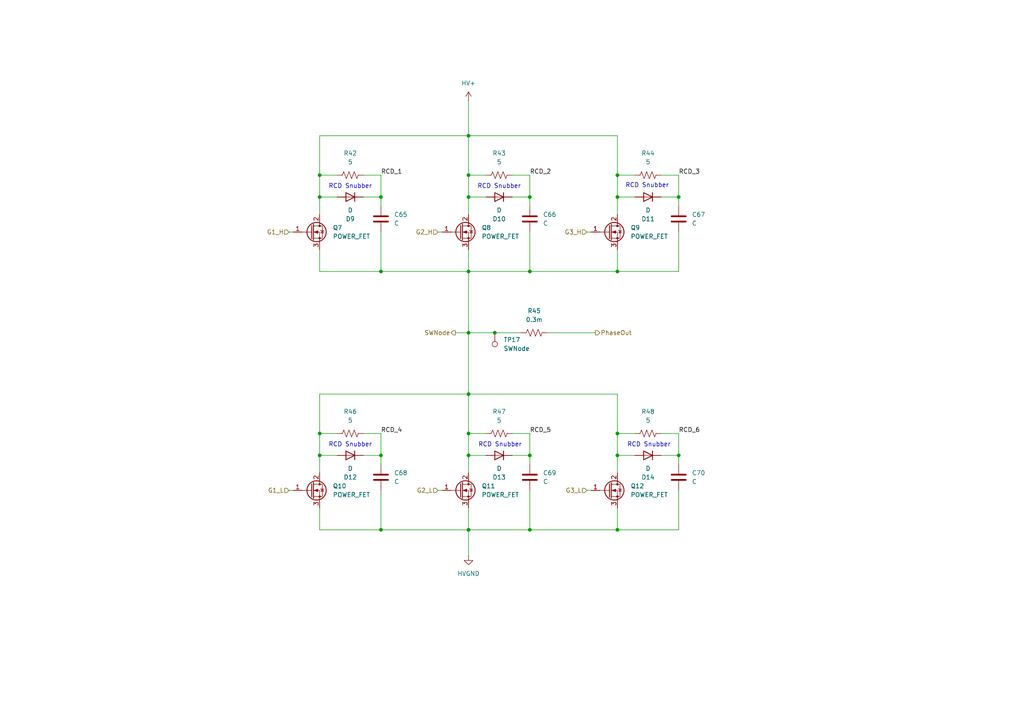
<source format=kicad_sch>
(kicad_sch (version 20250114) (generator "eeschema") (generator_version "9.0")
  (paper "A4")
  (lib_symbols
    (symbol "Connector:TestPoint" (pin_numbers (hide yes)) (pin_names (offset 0.762) (hide yes))
      (property "Reference" "TP" (at 0 6.858 0))
      (property "Value" "TestPoint" (at 0 5.08 0))
      (symbol "TestPoint_0_1"
        (circle (center 0 3.302) (radius 0.762))
      )
      (symbol "TestPoint_1_1"
        (pin passive line (at 0 0 90) (length 2.54) (name "1") (number "1"))
      )
    )
    (symbol "Device:C" (pin_numbers (hide yes)) (pin_names (offset 0.254))
      (property "Reference" "C" (at 0.635 2.54 0))
      (property "Value" "C" (at 0.635 -2.54 0))
      (symbol "C_0_1"
        (polyline (pts (xy -2.032 0.762) (xy 2.032 0.762)) (stroke (width 0.508)))
        (polyline (pts (xy -2.032 -0.762) (xy 2.032 -0.762)) (stroke (width 0.508)))
      )
      (symbol "C_1_1"
        (pin passive line (at 0 3.81 270) (length 2.794) (name "~") (number "1"))
        (pin passive line (at 0 -3.81 90) (length 2.794) (name "~") (number "2"))
      )
    )
    (symbol "Device:D" (pin_numbers (hide yes)) (pin_names (offset 1.016) (hide yes))
      (property "Reference" "D" (at 0 2.54 0))
      (property "Value" "D" (at 0 -2.54 0))
      (symbol "D_0_1"
        (polyline (pts (xy -1.27 1.27) (xy -1.27 -1.27)) (stroke (width 0.254)))
        (polyline (pts (xy 1.27 1.27) (xy 1.27 -1.27) (xy -1.27 0) (xy 1.27 1.27)) (stroke (width 0.254)))
        (polyline (pts (xy 1.27 0) (xy -1.27 0)))
      )
      (symbol "D_1_1"
        (pin passive line (at -3.81 0 0) (length 2.54) (name "K") (number "1"))
        (pin passive line (at 3.81 0 180) (length 2.54) (name "A") (number "2"))
      )
    )
    (symbol "Device:R_US" (pin_numbers (hide yes)) (pin_names (offset 0))
      (property "Reference" "R" (at 2.54 0 90))
      (property "Value" "R_US" (at -2.54 0 90))
      (symbol "R_US_0_1"
        (polyline (pts (xy 0 2.286) (xy 0 2.54)))
        (polyline (pts (xy 0 2.286) (xy 1.016 1.905) (xy 0 1.524) (xy -1.016 1.143) (xy 0 0.762)))
        (polyline (pts (xy 0 0.762) (xy 1.016 0.381) (xy 0 0) (xy -1.016 -0.381) (xy 0 -0.762)))
        (polyline (pts (xy 0 -0.762) (xy 1.016 -1.143) (xy 0 -1.524) (xy -1.016 -1.905) (xy 0 -2.286)))
        (polyline (pts (xy 0 -2.286) (xy 0 -2.54)))
      )
      (symbol "R_US_1_1"
        (pin passive line (at 0 3.81 270) (length 1.27) (name "~") (number "1"))
        (pin passive line (at 0 -3.81 90) (length 1.27) (name "~") (number "2"))
      )
    )
    (symbol "Transistor_FET_Other:Q_NMOS_Depletion_GDS" (pin_names (offset 0) (hide yes))
      (property "Reference" "Q" (at 5.08 1.905 0))
      (property "Value" "Q_NMOS_Depletion_GDS" (at 5.08 0 0))
      (symbol "Q_NMOS_Depletion_GDS_0_1"
        (polyline (pts (xy 0.254 1.905) (xy 0.254 -1.905)) (stroke (width 0.254)))
        (polyline (pts (xy 0.254 0) (xy -2.54 0)))
        (polyline (pts (xy 0.762 2.286) (xy 0.762 -2.286)) (stroke (width 0.254)))
        (polyline (pts (xy 0.762 -1.778) (xy 3.302 -1.778) (xy 3.302 1.778) (xy 0.762 1.778)))
        (polyline (pts (xy 1.016 0) (xy 2.032 0.381) (xy 2.032 -0.381) (xy 1.016 0)) (fill (type outline)))
        (circle (center 1.651 0) (radius 2.794) (stroke (width 0.254)))
        (polyline (pts (xy 2.54 2.54) (xy 2.54 1.778)))
        (circle (center 2.54 1.778) (radius 0.254) (fill (type outline)))
        (circle (center 2.54 -1.778) (radius 0.254) (fill (type outline)))
        (polyline (pts (xy 2.54 -2.54) (xy 2.54 0) (xy 0.762 0)))
        (polyline (pts (xy 2.794 0.508) (xy 2.921 0.381) (xy 3.683 0.381) (xy 3.81 0.254)))
        (polyline (pts (xy 3.302 0.381) (xy 2.921 -0.254) (xy 3.683 -0.254) (xy 3.302 0.381)))
      )
      (symbol "Q_NMOS_Depletion_GDS_1_1"
        (pin input line (at -5.08 0 0) (length 2.54) (name "G") (number "1"))
        (pin passive line (at 2.54 5.08 270) (length 2.54) (name "D") (number "2"))
        (pin passive line (at 2.54 -5.08 90) (length 2.54) (name "S") (number "3"))
      )
    )
    (symbol "power:+24V" (power) (pin_numbers (hide yes)) (pin_names (offset 0) (hide yes))
      (property "Value" "+24V" (at 0 3.556 0))
      (symbol "+24V_0_1"
        (polyline (pts (xy -0.762 1.27) (xy 0 2.54)))
        (polyline (pts (xy 0 2.54) (xy 0.762 1.27)))
        (polyline (pts (xy 0 0) (xy 0 2.54)))
      )
      (symbol "+24V_1_1"
        (pin power_in line (at 0 0 90) (length 0) (name "~") (number "1"))
      )
    )
    (symbol "power:GND" (power) (pin_numbers (hide yes)) (pin_names (offset 0) (hide yes))
      (property "Value" "GND" (at 0 -3.81 0))
      (symbol "GND_0_1"
        (polyline (pts (xy 0 0) (xy 0 -1.27) (xy 1.27 -1.27) (xy 0 -2.54) (xy -1.27 -1.27) (xy 0 -1.27)))
      )
      (symbol "GND_1_1"
        (pin power_in line (at 0 0 270) (length 0) (name "~") (number "1"))
      )
    )
  )
  (text "RCD Snubber" (at 187.706 53.848 0) (effects (font (size 1.27 1.27))))
  (text "RCD Snubber" (at 188.214 129.032 0) (effects (font (size 1.27 1.27))))
  (text "RCD Snubber" (at 144.78 54.102 0) (effects (font (size 1.27 1.27))))
  (text "RCD Snubber" (at 145.034 129.032 0) (effects (font (size 1.27 1.27))))
  (text "RCD Snubber" (at 101.6 129.032 0) (effects (font (size 1.27 1.27))))
  (text "RCD Snubber" (at 101.6 54.102 0) (effects (font (size 1.27 1.27))))
  (junction (at 135.89 39.37))
  (junction (at 92.71 125.73))
  (junction (at 196.85 57.15))
  (junction (at 179.07 132.08))
  (junction (at 179.07 78.74))
  (junction (at 143.51 96.52))
  (junction (at 92.71 50.8))
  (junction (at 179.07 153.67))
  (junction (at 110.49 153.67))
  (junction (at 135.89 114.3))
  (junction (at 110.49 132.08))
  (junction (at 135.89 132.08))
  (junction (at 135.89 153.67))
  (junction (at 92.71 57.15))
  (junction (at 179.07 50.8))
  (junction (at 135.89 78.74))
  (junction (at 135.89 57.15))
  (junction (at 179.07 57.15))
  (junction (at 179.07 125.73))
  (junction (at 92.71 132.08))
  (junction (at 153.67 78.74))
  (junction (at 153.67 132.08))
  (junction (at 153.67 153.67))
  (junction (at 135.89 125.73))
  (junction (at 135.89 50.8))
  (junction (at 196.85 132.08))
  (junction (at 110.49 57.15))
  (junction (at 110.49 78.74))
  (junction (at 135.89 96.52))
  (junction (at 153.67 57.15))
  (wire (pts (xy 135.89 96.52) (xy 143.51 96.52)))
  (wire (pts (xy 153.67 78.74) (xy 135.89 78.74)))
  (wire (pts (xy 153.67 50.8) (xy 153.67 57.15)))
  (wire (pts (xy 158.75 96.52) (xy 172.72 96.52)))
  (wire (pts (xy 153.67 132.08) (xy 148.59 132.08)))
  (wire (pts (xy 179.07 132.08) (xy 179.07 137.16)))
  (wire (pts (xy 110.49 132.08) (xy 110.49 134.62)))
  (wire (pts (xy 135.89 39.37) (xy 135.89 50.8)))
  (wire (pts (xy 179.07 125.73) (xy 179.07 132.08)))
  (wire (pts (xy 110.49 153.67) (xy 92.71 153.67)))
  (wire (pts (xy 92.71 125.73) (xy 92.71 132.08)))
  (wire (pts (xy 110.49 78.74) (xy 92.71 78.74)))
  (wire (pts (xy 110.49 153.67) (xy 135.89 153.67)))
  (wire (pts (xy 92.71 153.67) (xy 92.71 147.32)))
  (wire (pts (xy 170.18 142.24) (xy 171.45 142.24)))
  (wire (pts (xy 110.49 67.31) (xy 110.49 78.74)))
  (wire (pts (xy 153.67 57.15) (xy 148.59 57.15)))
  (wire (pts (xy 92.71 62.23) (xy 92.71 57.15)))
  (wire (pts (xy 196.85 153.67) (xy 179.07 153.67)))
  (wire (pts (xy 196.85 50.8) (xy 196.85 57.15)))
  (wire (pts (xy 110.49 125.73) (xy 110.49 132.08)))
  (wire (pts (xy 135.89 114.3) (xy 135.89 125.73)))
  (wire (pts (xy 179.07 132.08) (xy 184.15 132.08)))
  (wire (pts (xy 83.82 67.31) (xy 85.09 67.31)))
  (wire (pts (xy 196.85 142.24) (xy 196.85 153.67)))
  (wire (pts (xy 135.89 132.08) (xy 135.89 137.16)))
  (wire (pts (xy 153.67 142.24) (xy 153.67 153.67)))
  (wire (pts (xy 179.07 57.15) (xy 184.15 57.15)))
  (wire (pts (xy 92.71 39.37) (xy 92.71 50.8)))
  (wire (pts (xy 135.89 39.37) (xy 179.07 39.37)))
  (wire (pts (xy 135.89 78.74) (xy 135.89 96.52)))
  (wire (pts (xy 135.89 132.08) (xy 140.97 132.08)))
  (wire (pts (xy 179.07 50.8) (xy 179.07 57.15)))
  (wire (pts (xy 92.71 132.08) (xy 97.79 132.08)))
  (wire (pts (xy 143.51 96.52) (xy 151.13 96.52)))
  (wire (pts (xy 92.71 78.74) (xy 92.71 72.39)))
  (wire (pts (xy 196.85 132.08) (xy 196.85 134.62)))
  (wire (pts (xy 135.89 125.73) (xy 135.89 132.08)))
  (wire (pts (xy 153.67 78.74) (xy 179.07 78.74)))
  (wire (pts (xy 196.85 57.15) (xy 191.77 57.15)))
  (wire (pts (xy 196.85 125.73) (xy 196.85 132.08)))
  (wire (pts (xy 92.71 50.8) (xy 92.71 57.15)))
  (wire (pts (xy 196.85 78.74) (xy 179.07 78.74)))
  (wire (pts (xy 92.71 114.3) (xy 92.71 125.73)))
  (wire (pts (xy 105.41 125.73) (xy 110.49 125.73)))
  (wire (pts (xy 92.71 39.37) (xy 135.89 39.37)))
  (wire (pts (xy 179.07 114.3) (xy 179.07 125.73)))
  (wire (pts (xy 153.67 125.73) (xy 153.67 132.08)))
  (wire (pts (xy 132.08 96.52) (xy 135.89 96.52)))
  (wire (pts (xy 135.89 153.67) (xy 153.67 153.67)))
  (wire (pts (xy 110.49 57.15) (xy 105.41 57.15)))
  (wire (pts (xy 179.07 50.8) (xy 184.15 50.8)))
  (wire (pts (xy 135.89 153.67) (xy 135.89 161.29)))
  (wire (pts (xy 135.89 125.73) (xy 140.97 125.73)))
  (wire (pts (xy 135.89 57.15) (xy 135.89 62.23)))
  (wire (pts (xy 92.71 125.73) (xy 97.79 125.73)))
  (wire (pts (xy 110.49 78.74) (xy 135.89 78.74)))
  (wire (pts (xy 127 67.31) (xy 128.27 67.31)))
  (wire (pts (xy 83.82 142.24) (xy 85.09 142.24)))
  (wire (pts (xy 153.67 132.08) (xy 153.67 134.62)))
  (wire (pts (xy 92.71 137.16) (xy 92.71 132.08)))
  (wire (pts (xy 110.49 50.8) (xy 110.49 57.15)))
  (wire (pts (xy 148.59 50.8) (xy 153.67 50.8)))
  (wire (pts (xy 196.85 132.08) (xy 191.77 132.08)))
  (wire (pts (xy 196.85 67.31) (xy 196.85 78.74)))
  (wire (pts (xy 196.85 57.15) (xy 196.85 59.69)))
  (wire (pts (xy 153.67 153.67) (xy 179.07 153.67)))
  (wire (pts (xy 110.49 142.24) (xy 110.49 153.67)))
  (wire (pts (xy 110.49 132.08) (xy 105.41 132.08)))
  (wire (pts (xy 135.89 50.8) (xy 140.97 50.8)))
  (wire (pts (xy 105.41 50.8) (xy 110.49 50.8)))
  (wire (pts (xy 135.89 114.3) (xy 179.07 114.3)))
  (wire (pts (xy 92.71 114.3) (xy 135.89 114.3)))
  (wire (pts (xy 135.89 29.21) (xy 135.89 39.37)))
  (wire (pts (xy 179.07 72.39) (xy 179.07 78.74)))
  (wire (pts (xy 153.67 67.31) (xy 153.67 78.74)))
  (wire (pts (xy 92.71 57.15) (xy 97.79 57.15)))
  (wire (pts (xy 148.59 125.73) (xy 153.67 125.73)))
  (wire (pts (xy 191.77 125.73) (xy 196.85 125.73)))
  (wire (pts (xy 179.07 39.37) (xy 179.07 50.8)))
  (wire (pts (xy 170.18 67.31) (xy 171.45 67.31)))
  (wire (pts (xy 179.07 57.15) (xy 179.07 62.23)))
  (wire (pts (xy 110.49 57.15) (xy 110.49 59.69)))
  (wire (pts (xy 179.07 125.73) (xy 184.15 125.73)))
  (wire (pts (xy 135.89 50.8) (xy 135.89 57.15)))
  (wire (pts (xy 135.89 72.39) (xy 135.89 78.74)))
  (wire (pts (xy 135.89 147.32) (xy 135.89 153.67)))
  (wire (pts (xy 179.07 147.32) (xy 179.07 153.67)))
  (wire (pts (xy 135.89 96.52) (xy 135.89 114.3)))
  (wire (pts (xy 92.71 50.8) (xy 97.79 50.8)))
  (wire (pts (xy 135.89 57.15) (xy 140.97 57.15)))
  (wire (pts (xy 127 142.24) (xy 128.27 142.24)))
  (wire (pts (xy 153.67 57.15) (xy 153.67 59.69)))
  (wire (pts (xy 191.77 50.8) (xy 196.85 50.8)))
  (label "RCD_4" (at 110.49 125.73 0))
  (label "RCD_6" (at 196.85 125.73 0))
  (label "RCD_1" (at 110.49 50.8 0))
  (label "RCD_2" (at 153.67 50.8 0))
  (label "RCD_5" (at 153.67 125.73 0))
  (label "RCD_3" (at 196.85 50.8 0))
  (hierarchical_label "G2_L" (shape input) (at 127 142.24 180))
  (hierarchical_label "G3_L" (shape input) (at 170.18 142.24 180))
  (hierarchical_label "G2_H" (shape input) (at 127 67.31 180))
  (hierarchical_label "G1_H" (shape input) (at 83.82 67.31 180))
  (hierarchical_label "PhaseOut" (shape output) (at 172.72 96.52 0))
  (hierarchical_label "G1_L" (shape input) (at 83.82 142.24 180))
  (hierarchical_label "G3_H" (shape input) (at 170.18 67.31 180))
  (hierarchical_label "SWNode" (shape output) (at 132.08 96.52 180))
  (symbol (lib_id "Device:R_US") (at 187.96 125.73 270) (unit 1)
    (property "Reference" "R48" (at 187.96 119.38 90))
    (property "Value" "5" (at 187.96 121.92 90))
    (property "Footprint" "Resistor_SMD:R_1206_3216Metric" (effects (hide yes)))
    (property "Description" "Resistor, US symbol" (effects (hide yes)))
    (instances (project "TractionInverter" (path "" (reference "R48") (unit 1)) (path "" (reference "R123") (unit 1)) (path "" (reference "R79") (unit 1))))
  )
  (symbol (lib_id "power:+24V") (at 135.89 29.21 0) (unit 1)
    (property "Reference" "#PWR075" (effects (hide yes)))
    (property "Value" "HV+" (at 135.89 24.13 0))
    (property "Description" "Power symbol creates a global label with name \"+24V\"" (effects (hide yes)))
    (instances (project "TractionInverter" (path "" (reference "#PWR075") (unit 1)) (path "" (reference "#PWR0155") (unit 1)) (path "" (reference "#PWR090") (unit 1))))
  )
  (symbol (lib_id "Device:D") (at 187.96 132.08 180) (unit 1)
    (property "Reference" "D14" (at 187.96 138.43 0))
    (property "Value" "D" (at 187.96 135.89 0))
    (property "Footprint" "Diode_SMD:D_SMP_DO-220AA" (effects (hide yes)))
    (property "Description" "Diode" (effects (hide yes)))
    (property "Sim.Device" "D" (effects (hide yes)))
    (property "Sim.Pins" "1=K 2=A" (effects (hide yes)))
    (instances (project "TractionInverter" (path "" (reference "D14") (unit 1)) (path "" (reference "D34") (unit 1)) (path "" (reference "D22") (unit 1))))
  )
  (symbol (lib_id "Device:R_US") (at 101.6 50.8 270) (unit 1)
    (property "Reference" "R42" (at 101.6 44.45 90))
    (property "Value" "5" (at 101.6 46.99 90))
    (property "Footprint" "Resistor_SMD:R_1206_3216Metric" (effects (hide yes)))
    (property "Description" "Resistor, US symbol" (effects (hide yes)))
    (instances (project "TractionInverter" (path "" (reference "R42") (unit 1)) (path "" (reference "R117") (unit 1)) (path "" (reference "R73") (unit 1))))
  )
  (symbol (lib_id "Device:D") (at 101.6 57.15 180) (unit 1)
    (property "Reference" "D9" (at 101.6 63.5 0))
    (property "Value" "D" (at 101.6 60.96 0))
    (property "Footprint" "Diode_SMD:D_SMP_DO-220AA" (effects (hide yes)))
    (property "Description" "Diode" (effects (hide yes)))
    (property "Sim.Device" "D" (effects (hide yes)))
    (property "Sim.Pins" "1=K 2=A" (effects (hide yes)))
    (instances (project "TractionInverter" (path "" (reference "D9") (unit 1)) (path "" (reference "D29") (unit 1)) (path "" (reference "D17") (unit 1))))
  )
  (symbol (lib_id "power:GND") (at 135.89 161.29 0) (unit 1)
    (property "Reference" "#PWR076" (effects (hide yes)))
    (property "Value" "HVGND" (at 135.89 166.37 0))
    (property "Description" "Power symbol creates a global label with name \"GND\" , ground" (effects (hide yes)))
    (instances (project "TractionInverter" (path "" (reference "#PWR076") (unit 1)) (path "" (reference "#PWR0156") (unit 1)) (path "" (reference "#PWR091") (unit 1))))
  )
  (symbol (lib_id "Transistor_FET_Other:Q_NMOS_Depletion_GDS") (at 90.17 142.24 0) (unit 1)
    (property "Reference" "Q10" (at 96.52 140.9699 0) (effects (justify left)))
    (property "Value" "POWER_FET" (at 96.52 143.5099 0) (effects (justify left)))
    (property "Footprint" "TractionInverter:TO-247-3_Horizontal_TabUp" (effects (hide yes)))
    (property "Description" "Depletion-mode N-channel MOSFET gate/drain/source" (effects (hide yes)))
    (instances (project "TractionInverter" (path "" (reference "Q10") (unit 1)) (path "" (reference "Q34") (unit 1)) (path "" (reference "Q22") (unit 1))))
  )
  (symbol (lib_id "Device:D") (at 144.78 57.15 180) (unit 1)
    (property "Reference" "D10" (at 144.78 63.5 0))
    (property "Value" "D" (at 144.78 60.96 0))
    (property "Footprint" "Diode_SMD:D_SMP_DO-220AA" (effects (hide yes)))
    (property "Description" "Diode" (effects (hide yes)))
    (property "Sim.Device" "D" (effects (hide yes)))
    (property "Sim.Pins" "1=K 2=A" (effects (hide yes)))
    (instances (project "TractionInverter" (path "" (reference "D10") (unit 1)) (path "" (reference "D30") (unit 1)) (path "" (reference "D18") (unit 1))))
  )
  (symbol (lib_id "Device:D") (at 101.6 132.08 180) (unit 1)
    (property "Reference" "D12" (at 101.6 138.43 0))
    (property "Value" "D" (at 101.6 135.89 0))
    (property "Footprint" "Diode_SMD:D_SMP_DO-220AA" (effects (hide yes)))
    (property "Description" "Diode" (effects (hide yes)))
    (property "Sim.Device" "D" (effects (hide yes)))
    (property "Sim.Pins" "1=K 2=A" (effects (hide yes)))
    (instances (project "TractionInverter" (path "" (reference "D12") (unit 1)) (path "" (reference "D32") (unit 1)) (path "" (reference "D20") (unit 1))))
  )
  (symbol (lib_id "Device:R_US") (at 187.96 50.8 270) (unit 1)
    (property "Reference" "R44" (at 187.96 44.45 90))
    (property "Value" "5" (at 187.96 46.99 90))
    (property "Footprint" "Resistor_SMD:R_1206_3216Metric" (effects (hide yes)))
    (property "Description" "Resistor, US symbol" (effects (hide yes)))
    (instances (project "TractionInverter" (path "" (reference "R44") (unit 1)) (path "" (reference "R119") (unit 1)) (path "" (reference "R75") (unit 1))))
  )
  (symbol (lib_id "Device:C") (at 153.67 63.5 0) (unit 1)
    (property "Reference" "C66" (at 157.48 62.2299 0) (effects (justify left)))
    (property "Value" "C" (at 157.48 64.7699 0) (effects (justify left)))
    (property "Footprint" "Capacitor_SMD:C_0805_2012Metric" (effects (hide yes)))
    (property "Description" "Unpolarized capacitor" (effects (hide yes)))
    (instances (project "TractionInverter" (path "" (reference "C66") (unit 1)) (path "" (reference "C120") (unit 1)) (path "" (reference "C74") (unit 1))))
  )
  (symbol (lib_id "Device:R_US") (at 144.78 50.8 270) (unit 1)
    (property "Reference" "R43" (at 144.78 44.45 90))
    (property "Value" "5" (at 144.78 46.99 90))
    (property "Footprint" "Resistor_SMD:R_1206_3216Metric" (effects (hide yes)))
    (property "Description" "Resistor, US symbol" (effects (hide yes)))
    (instances (project "TractionInverter" (path "" (reference "R43") (unit 1)) (path "" (reference "R118") (unit 1)) (path "" (reference "R74") (unit 1))))
  )
  (symbol (lib_id "Device:R_US") (at 154.94 96.52 90) (unit 1)
    (property "Reference" "R45" (at 154.94 90.17 90))
    (property "Value" "0.3m" (at 154.94 92.71 90))
    (property "Footprint" "Resistor_SMD:R_2512_6332Metric" (effects (hide yes)))
    (property "Description" "Resistor, US symbol" (effects (hide yes)))
    (instances (project "TractionInverter" (path "" (reference "R45") (unit 1)) (path "" (reference "R120") (unit 1)) (path "" (reference "R76") (unit 1))))
  )
  (symbol (lib_id "Connector:TestPoint") (at 143.51 96.52 180) (unit 1)
    (property "Reference" "TP17" (at 146.05 98.5519 0) (effects (justify right)))
    (property "Value" "SWNode" (at 146.05 101.0919 0) (effects (justify right)))
    (property "Footprint" "TractionInverter:KEYSTONE_5281" (effects (hide yes)))
    (property "Description" "test point" (effects (hide yes)))
    (instances (project "TractionInverter" (path "" (reference "TP17") (unit 1)) (path "" (reference "TP33") (unit 1)) (path "" (reference "TP18") (unit 1))))
  )
  (symbol (lib_id "Device:C") (at 110.49 138.43 0) (unit 1)
    (property "Reference" "C68" (at 114.3 137.1599 0) (effects (justify left)))
    (property "Value" "C" (at 114.3 139.6999 0) (effects (justify left)))
    (property "Footprint" "Capacitor_SMD:C_0805_2012Metric" (effects (hide yes)))
    (property "Description" "Unpolarized capacitor" (effects (hide yes)))
    (instances (project "TractionInverter" (path "" (reference "C68") (unit 1)) (path "" (reference "C122") (unit 1)) (path "" (reference "C76") (unit 1))))
  )
  (symbol (lib_id "Device:R_US") (at 101.6 125.73 270) (unit 1)
    (property "Reference" "R46" (at 101.6 119.38 90))
    (property "Value" "5" (at 101.6 121.92 90))
    (property "Footprint" "Resistor_SMD:R_1206_3216Metric" (effects (hide yes)))
    (property "Description" "Resistor, US symbol" (effects (hide yes)))
    (instances (project "TractionInverter" (path "" (reference "R46") (unit 1)) (path "" (reference "R121") (unit 1)) (path "" (reference "R77") (unit 1))))
  )
  (symbol (lib_id "Transistor_FET_Other:Q_NMOS_Depletion_GDS") (at 133.35 142.24 0) (unit 1)
    (property "Reference" "Q11" (at 139.7 140.9699 0) (effects (justify left)))
    (property "Value" "POWER_FET" (at 139.7 143.5099 0) (effects (justify left)))
    (property "Footprint" "TractionInverter:TO-247-3_Horizontal_TabUp" (effects (hide yes)))
    (property "Description" "Depletion-mode N-channel MOSFET gate/drain/source" (effects (hide yes)))
    (instances (project "TractionInverter" (path "" (reference "Q11") (unit 1)) (path "" (reference "Q35") (unit 1)) (path "" (reference "Q23") (unit 1))))
  )
  (symbol (lib_id "Transistor_FET_Other:Q_NMOS_Depletion_GDS") (at 176.53 67.31 0) (unit 1)
    (property "Reference" "Q9" (at 182.88 66.0399 0) (effects (justify left)))
    (property "Value" "POWER_FET" (at 182.88 68.5799 0) (effects (justify left)))
    (property "Footprint" "TractionInverter:TO-247-3_Horizontal_TabUp" (effects (hide yes)))
    (property "Description" "Depletion-mode N-channel MOSFET gate/drain/source" (effects (hide yes)))
    (instances (project "TractionInverter" (path "" (reference "Q9") (unit 1)) (path "" (reference "Q33") (unit 1)) (path "" (reference "Q21") (unit 1))))
  )
  (symbol (lib_id "Device:D") (at 144.78 132.08 180) (unit 1)
    (property "Reference" "D13" (at 144.78 138.43 0))
    (property "Value" "D" (at 144.78 135.89 0))
    (property "Footprint" "Diode_SMD:D_SMP_DO-220AA" (effects (hide yes)))
    (property "Description" "Diode" (effects (hide yes)))
    (property "Sim.Device" "D" (effects (hide yes)))
    (property "Sim.Pins" "1=K 2=A" (effects (hide yes)))
    (instances (project "TractionInverter" (path "" (reference "D13") (unit 1)) (path "" (reference "D33") (unit 1)) (path "" (reference "D21") (unit 1))))
  )
  (symbol (lib_id "Device:C") (at 196.85 138.43 0) (unit 1)
    (property "Reference" "C70" (at 200.66 137.1599 0) (effects (justify left)))
    (property "Value" "C" (at 200.66 139.6999 0) (effects (justify left)))
    (property "Footprint" "Capacitor_SMD:C_0805_2012Metric" (effects (hide yes)))
    (property "Description" "Unpolarized capacitor" (effects (hide yes)))
    (instances (project "TractionInverter" (path "" (reference "C70") (unit 1)) (path "" (reference "C124") (unit 1)) (path "" (reference "C78") (unit 1))))
  )
  (symbol (lib_id "Device:C") (at 196.85 63.5 0) (unit 1)
    (property "Reference" "C67" (at 200.66 62.2299 0) (effects (justify left)))
    (property "Value" "C" (at 200.66 64.7699 0) (effects (justify left)))
    (property "Footprint" "Capacitor_SMD:C_0805_2012Metric" (effects (hide yes)))
    (property "Description" "Unpolarized capacitor" (effects (hide yes)))
    (instances (project "TractionInverter" (path "" (reference "C67") (unit 1)) (path "" (reference "C121") (unit 1)) (path "" (reference "C75") (unit 1))))
  )
  (symbol (lib_id "Device:C") (at 110.49 63.5 0) (unit 1)
    (property "Reference" "C65" (at 114.3 62.2299 0) (effects (justify left)))
    (property "Value" "C" (at 114.3 64.7699 0) (effects (justify left)))
    (property "Footprint" "Capacitor_SMD:C_0805_2012Metric" (effects (hide yes)))
    (property "Description" "Unpolarized capacitor" (effects (hide yes)))
    (instances (project "TractionInverter" (path "" (reference "C65") (unit 1)) (path "" (reference "C119") (unit 1)) (path "" (reference "C73") (unit 1))))
  )
  (symbol (lib_id "Device:D") (at 187.96 57.15 180) (unit 1)
    (property "Reference" "D11" (at 187.96 63.5 0))
    (property "Value" "D" (at 187.96 60.96 0))
    (property "Footprint" "Diode_SMD:D_SMP_DO-220AA" (effects (hide yes)))
    (property "Description" "Diode" (effects (hide yes)))
    (property "Sim.Device" "D" (effects (hide yes)))
    (property "Sim.Pins" "1=K 2=A" (effects (hide yes)))
    (instances (project "TractionInverter" (path "" (reference "D11") (unit 1)) (path "" (reference "D31") (unit 1)) (path "" (reference "D19") (unit 1))))
  )
  (symbol (lib_id "Transistor_FET_Other:Q_NMOS_Depletion_GDS") (at 176.53 142.24 0) (unit 1)
    (property "Reference" "Q12" (at 182.88 140.9699 0) (effects (justify left)))
    (property "Value" "POWER_FET" (at 182.88 143.5099 0) (effects (justify left)))
    (property "Footprint" "TractionInverter:TO-247-3_Horizontal_TabUp" (effects (hide yes)))
    (property "Description" "Depletion-mode N-channel MOSFET gate/drain/source" (effects (hide yes)))
    (instances (project "TractionInverter" (path "" (reference "Q12") (unit 1)) (path "" (reference "Q36") (unit 1)) (path "" (reference "Q24") (unit 1))))
  )
  (symbol (lib_id "Device:R_US") (at 144.78 125.73 270) (unit 1)
    (property "Reference" "R47" (at 144.78 119.38 90))
    (property "Value" "5" (at 144.78 121.92 90))
    (property "Footprint" "Resistor_SMD:R_1206_3216Metric" (effects (hide yes)))
    (property "Description" "Resistor, US symbol" (effects (hide yes)))
    (instances (project "TractionInverter" (path "" (reference "R47") (unit 1)) (path "" (reference "R122") (unit 1)) (path "" (reference "R78") (unit 1))))
  )
  (symbol (lib_id "Transistor_FET_Other:Q_NMOS_Depletion_GDS") (at 90.17 67.31 0) (unit 1)
    (property "Reference" "Q7" (at 96.52 66.0399 0) (effects (justify left)))
    (property "Value" "POWER_FET" (at 96.52 68.5799 0) (effects (justify left)))
    (property "Footprint" "TractionInverter:TO-247-3_Horizontal_TabUp" (effects (hide yes)))
    (property "Description" "Depletion-mode N-channel MOSFET gate/drain/source" (effects (hide yes)))
    (instances (project "TractionInverter" (path "" (reference "Q7") (unit 1)) (path "" (reference "Q31") (unit 1)) (path "" (reference "Q19") (unit 1))))
  )
  (symbol (lib_id "Transistor_FET_Other:Q_NMOS_Depletion_GDS") (at 133.35 67.31 0) (unit 1)
    (property "Reference" "Q8" (at 139.7 66.0399 0) (effects (justify left)))
    (property "Value" "POWER_FET" (at 139.7 68.5799 0) (effects (justify left)))
    (property "Footprint" "TractionInverter:TO-247-3_Horizontal_TabUp" (effects (hide yes)))
    (property "Description" "Depletion-mode N-channel MOSFET gate/drain/source" (effects (hide yes)))
    (instances (project "TractionInverter" (path "" (reference "Q8") (unit 1)) (path "" (reference "Q32") (unit 1)) (path "" (reference "Q20") (unit 1))))
  )
  (symbol (lib_id "Device:C") (at 153.67 138.43 0) (unit 1)
    (property "Reference" "C69" (at 157.48 137.1599 0) (effects (justify left)))
    (property "Value" "C" (at 157.48 139.6999 0) (effects (justify left)))
    (property "Footprint" "Capacitor_SMD:C_0805_2012Metric" (effects (hide yes)))
    (property "Description" "Unpolarized capacitor" (effects (hide yes)))
    (instances (project "TractionInverter" (path "" (reference "C69") (unit 1)) (path "" (reference "C123") (unit 1)) (path "" (reference "C77") (unit 1))))
  )
)
</source>
